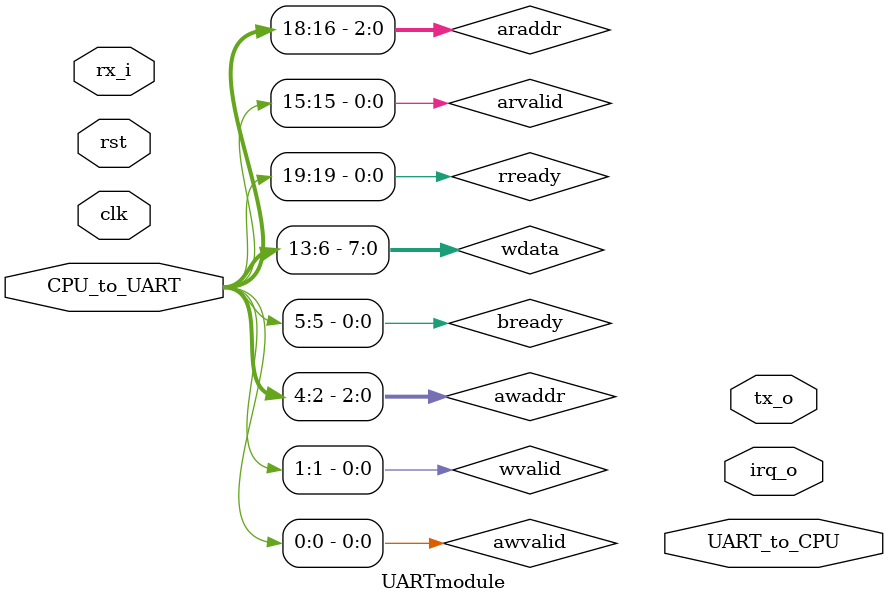
<source format=sv>
parameter FIFO_DEPTH = 16;
//UART interface
module UARTmodule(
//clock to generate Baud rate
input wire clk,
//reset signal to initialize/clear registers
input wire rst,
//Axi-lite bus interface
input  wire [31:0] CPU_to_UART, 
output wire [31:0] UART_to_CPU,
//Recieve/Transmit serial bit 
input wire rx_i,
output wire tx_o,
//Interrupt for CPU to read
output wire irq_o
    );
/*******************************BUS BIT FIELDS*****************************/
    //CPU to UART internal signals for write
    wire awvalid = CPU_to_UART [0];
    wire wvalid = CPU_to_UART [1];
    wire [2:0] awaddr = CPU_to_UART [4:2];
    wire bready = CPU_to_UART [5];
    wire [7:0] wdata = CPU_to_UART [13:6];
    //UART to CPU internal signals for write
    wire awready;
    wire wready;
    wire bvalid;
    wire [1:0] bresp;
    //CPU to UART internal signals for read
    wire arvalid = CPU_to_UART [15];
    wire [2:0] araddr = CPU_to_UART [18:16];
    wire rready = CPU_to_UART [19];
    //UART to CPU internal signals for read
    wire arready;
    wire rvalid;
    wire [1:0] rresp;
    wire [7:0] rdata;
    //assign write-related bits
    
/**************************REGISTERS & FIFO QUEUE*************************/ 
    localparam ADDR_WIDTH = $clog2(FIFO_DEPTH);
    reg [7:0] THR;
    reg [7:0] RBR;
    reg [7:0] IER;
    reg [7:0] ISR;
    reg [7:0] FCR;
    reg [7:0] LCR;
    reg [7:0] LSR;
    reg [7:0] MCR;
    reg [7:0] MSR;
    reg [7:0] SPR;
    reg [7:0] DLL;
    reg [7:0] DLM;
    reg [7:0] PSD;
    //FIFO mem stack, pointers and status
    reg [7:0] fifo_mem [0:FIFO_DEPTH-1];
    reg [ADDR_WIDTH-1:0] waddr_ptr;
    reg [ADDR_WIDTH-1:0] raddr_ptr;
    reg [ADDR_WIDTH:0] count;
    wire fifo_full  = (count == FIFO_DEPTH);
    wire fifo_empty = (count == 0);
/****************************CONFIG REGS*******************************/
// LCR, IER, FCR, MCR, MSR, LSR, etc.

/**************************BAUD RATE CALC******************************/
// Generate baud tick from clk

/***************************TRANSMIT tx_o******************************/
// FIFO -> shift register -> serial output

/***************************RECEIVE rx_i*******************************/
// Serial input -> shift register -> FIFO

/***************************UART to CPU********************************/
// AXI-Lite read/write response
// THR, RBR, FIFO status, line status

/***************************INTERRUPT irq_o****************************/
// RX/TX interrupts based on IER and FIFO/line status

/***************************FIFO MANAGEMENT****************************/
// Push/pop data, update pointers and count

/***************************ERROR DETECTION***************************/
// Parity, framing, overrun errors
endmodule

</source>
